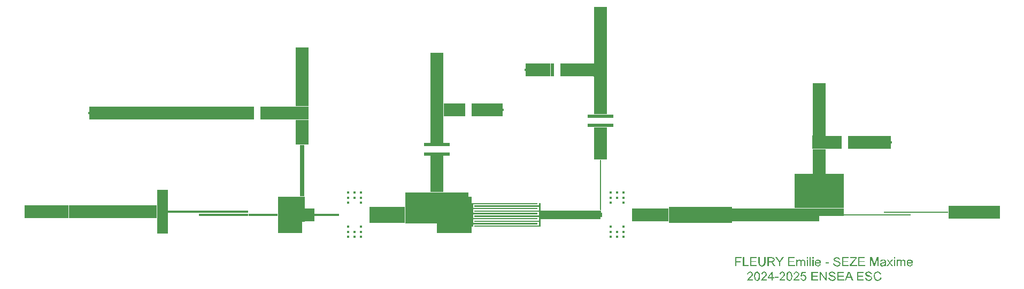
<source format=gbr>
G04 ===== Begin FILE IDENTIFICATION =====*
G04 File Format:  Gerber RS274X*
G04 ===== End FILE IDENTIFICATION =====*
%FSLAX36Y36*%
%MOMM*%
%SFA1.0000B1.0000*%
%OFA0.0B0.0*%
%ADD14R,0.200000X0.400000*%
%ADD15C,0.200000*%
%ADD16R,6.753610X2.090560*%
%ADD17R,2.574590X2.090560*%
%ADD18R,2.090000X4.000000*%
%ADD19R,2.090560X9.036300*%
%ADD20R,7.789900X5.449390*%
%ADD21R,3.959460X2.090560*%
%ADD22R,0.500000X2.090000*%
%ADD23R,4.801220X2.090560*%
%ADD24R,2.090560X6.000030*%
%ADD25R,0.200000X8.068910*%
%ADD26R,2.090000X5.167600*%
%ADD27R,4.180000X0.500000*%
%ADD28R,4.364410X2.090560*%
%ADD29R,2.090560X8.344280*%
%ADD30R,2.090560X7.990520*%
%ADD31R,2.958950X2.090560*%
%ADD32R,2.090560X4.230920*%
%ADD33R,2.090000X5.839330*%
%ADD34R,25.577700X2.090560*%
%ADD35R,2.090560X9.387130*%
%ADD36R,5.052860X2.090560*%
%ADD37R,0.796700X8.215280*%
%ADD38R,7.000000X2.090000*%
%ADD39R,1.723920X7.055690*%
%ADD40R,4.889060X0.325500*%
%ADD41R,7.871100X0.325500*%
%ADD42R,4.594020X0.325500*%
%ADD43R,3.507090X5.797430*%
%ADD44R,1.525890X2.131910*%
%ADD45R,4.000000X0.449335*%
%ADD46R,9.971910X0.729360*%
%ADD47R,5.700020X2.641720*%
%ADD48R,0.500094X5.743480*%
%ADD49R,8.140310X2.090000*%
%ADD50R,5.979810X0.262292*%
%ADD51R,4.195550X0.262292*%
%ADD52R,4.195550X0.262293*%
%ADD53R,6.422740X0.262292*%
%ADD54R,9.896270X2.090000*%
%ADD55R,9.999990X2.499970*%
%ADD56R,5.814460X2.090000*%
%ADD57R,9.379880X1.435700*%
%ADD58R,0.200220X0.741440*%
%ADD59C,0.400000*%
%ADD60R,0.400000X0.400000*%
%LNcond*%
%IPPOS*%
%LPD*%
G75*
D14*
X61529250Y11389670D03*
D15*
X61429250D03*
D16*
X58052445D03*
D17*
X52388345D03*
G36*
G01X49010490Y12434950D02*
G01X51101050D01*
G01Y10344390D01*
G01X49010770D01*
G01Y11389670D01*
G01X49010490D01*
G01Y12434950D01*
G37*
D18*
X50055770Y8344390D03*
D19*
X15429880Y28413100D03*
D20*
X50055770Y3619695D03*
D14*
X3523920Y22849670D03*
D15*
X3623920D03*
D21*
X5603650D03*
D22*
X7833380D03*
D23*
X11983990D03*
D22*
X9333380D03*
G36*
G01X16475160Y23894950D02*
G01X14384600D01*
G01Y21804390D01*
G01X16475160D01*
G01Y23894950D01*
G37*
D24*
X15429880Y18804375D03*
D25*
Y4602305D03*
D26*
Y11220560D03*
D14*
X-65542104Y16009275D03*
D15*
X-65442104D03*
D27*
X15429880Y14054360D03*
D14*
X32591Y16566630D03*
D15*
X-67409D03*
D27*
X15429880Y15554360D03*
D28*
X-2249614Y16566630D03*
D22*
X-4681819D03*
D29*
X50055770Y16607090D03*
D22*
X-6181819Y16566630D03*
D30*
X-10436049Y21607170D03*
D31*
X-7911294Y16566630D03*
G36*
G01X-11481329Y17611910D02*
G01X-9390769D01*
G01Y15521350D01*
G01X-11481329D01*
G01Y17611910D01*
G37*
D32*
X-10436049Y13405890D03*
D27*
Y11040430D03*
Y9540430D03*
D33*
Y6370765D03*
D22*
X-39614404Y16009275D03*
D34*
X-52653254D03*
D22*
X-38114404D03*
D35*
X-31766264Y21748120D03*
D36*
X-35337974Y16009275D03*
G36*
G01X-30720984Y17054555D02*
G01X-32811544D01*
G01Y14963995D01*
G01X-30721264D01*
G01Y16009275D01*
G01X-30720984D01*
G01Y17054555D01*
G37*
D18*
X-31766264Y12963995D03*
D37*
Y6856355D03*
D38*
X-58249804Y382020D03*
D39*
X-53887844D03*
D40*
X-50581354D03*
D41*
X-44201274D03*
Y-150000D03*
D42*
X-37968714D03*
D43*
X-33918159D03*
G36*
G01X-31367914Y-1215955D02*
G01Y2748715D01*
G01X-32164614D01*
G01Y-3048715D01*
G01X-31766264D01*
G01Y-1215955D01*
G01X-31367914D01*
G37*
D44*
X-30604969Y-150000D03*
D45*
X-27842024D03*
D46*
X-10436049Y3086420D03*
D47*
X-18272014Y-150000D03*
G36*
G01X-5450094Y-3021740D02*
G01Y2721740D01*
G01X-15422004D01*
G01Y-1470860D01*
G01X-10436049D01*
G01Y-3021740D01*
G01X-5450094D01*
G37*
D48*
X-5200047Y-150000D03*
D49*
X74618975Y313855D03*
D50*
X67558915D03*
D51*
X62471235D03*
D52*
Y-150000D03*
D53*
X57162090D03*
G36*
G01X53950720Y-281146D02*
G01Y895000D01*
G01X46160820D01*
G01Y-1195000D01*
G01X50055770D01*
G01Y-281146D01*
G01X53950720D01*
G37*
D54*
X41212685Y-150000D03*
D55*
X31264555D03*
D56*
X23357330D03*
G36*
G01X-4950000Y1750000D02*
G01X5500000D01*
G01Y1550000D01*
G01X-4700000D01*
G01Y950000D01*
G01X5500000D01*
G01Y750000D01*
G01X-4700000D01*
G01Y150000D01*
G01X5500000D01*
G01Y-50000D01*
G01X-4700000D01*
G01Y-650000D01*
G01X5500000D01*
G01Y-850000D01*
G01X-4700000D01*
G01Y-1450000D01*
G01X5500000D01*
G01Y-1650000D01*
G01X-4700000D01*
G01Y-2050000D01*
G01X-4950000D01*
G01Y1750000D01*
G37*
G36*
G01X5950000Y-2050000D02*
G01X-4500000D01*
G01Y-1850000D01*
G01X5700000D01*
G01Y-1250000D01*
G01X-4500000D01*
G01Y-1050000D01*
G01X5700000D01*
G01Y-450000D01*
G01X-4500000D01*
G01Y-250000D01*
G01X5700000D01*
G01Y350000D01*
G01X-4500000D01*
G01Y550000D01*
G01X5700000D01*
G01Y1150000D01*
G01X-4500000D01*
G01Y1350000D01*
G01X5700000D01*
G01Y1750000D01*
G01X5950000D01*
G01Y-2050000D01*
G37*
D57*
X10639940Y-150000D03*
G36*
G01X15529880Y-520720D02*
G01Y567850D01*
G01X15329880D01*
G01Y-867850D01*
G01X15429880D01*
G01Y-520720D01*
G01X15529880D01*
G37*
D58*
X15629990Y-150000D03*
D38*
X-65249804Y382020D03*
X-72249804D03*
D59*
X-24532024Y3390050D03*
D60*
D03*
D59*
X-22432024Y-2019950D03*
D60*
D03*
D59*
X-24532024D03*
D60*
D03*
D59*
Y1790050D03*
D60*
D03*
D59*
X-22432024D03*
D60*
D03*
D59*
X-23482024Y3390050D03*
D60*
D03*
D59*
X-22432024Y2590050D03*
D60*
D03*
D59*
X-23482024Y-3619950D03*
D60*
D03*
D59*
X-22432024Y3390050D03*
D60*
D03*
D59*
Y-3619950D03*
D60*
D03*
D59*
X-24532024D03*
D60*
D03*
D59*
X-23482024Y2590050D03*
D60*
D03*
D59*
X-24532024D03*
D60*
D03*
D59*
Y-2819950D03*
D60*
D03*
D59*
X-22432024D03*
D60*
D03*
D59*
X-23482024D03*
D60*
D03*
D59*
X17040100Y3390050D03*
D60*
D03*
D59*
X19140100Y-2019950D03*
D60*
D03*
D59*
X17040100D03*
D60*
D03*
D59*
Y1790050D03*
D60*
D03*
D59*
X19140100D03*
D60*
D03*
D59*
X18090100Y3390050D03*
D60*
D03*
D59*
X19140100Y2590050D03*
D60*
D03*
D59*
X18090100Y-3619950D03*
D60*
D03*
D59*
X19140100Y3390050D03*
D60*
D03*
D59*
Y-3619950D03*
D60*
D03*
D59*
X17040100D03*
D60*
D03*
D59*
X18090100Y2590050D03*
D60*
D03*
D59*
X17040100D03*
D60*
D03*
D59*
Y-2819950D03*
D60*
D03*
D59*
X19140100D03*
D60*
D03*
D59*
X18090100D03*
D60*
D03*
G36*
G01X39606250Y-10431250D02*
G01Y-10600000D01*
G01X38660000D01*
G01X38681250Y-10477500D01*
G01X38796875Y-10287500D01*
G01X39026250Y-10071250D01*
G01X39222031Y-9899063D01*
G01X39341875Y-9767500D01*
G01X39423750Y-9556250D01*
G01X39349375Y-9379375D01*
G01X39155000Y-9307500D01*
G01X38951250Y-9383750D01*
G01X38875000Y-9595000D01*
G01X38693750Y-9576250D01*
G01X38833750Y-9268750D01*
G01X39158750Y-9162500D01*
G01X39485000Y-9276875D01*
G01X39605000Y-9560000D01*
G01X39570000Y-9729375D01*
G01X39453125Y-9903750D01*
G01X39182500Y-10156250D01*
G01X39052188Y-10267500D01*
G01X38978750Y-10336250D01*
G01X38905000Y-10431250D01*
G01X39606250D01*
G37*
G36*
G01X39793750Y-9893750D02*
G01X39829375Y-10241250D01*
G01X39936250Y-10476250D01*
G01X40261250Y-10625000D01*
G01X40521250Y-10540000D01*
G01X40675625Y-10300625D01*
G01X40727500Y-9893750D01*
G01X40695625Y-9555625D01*
G01X40606875Y-9342500D01*
G01X40463125Y-9208750D01*
G01X40261250Y-9162500D01*
G01X40258750Y-9163307D01*
G01Y-9307500D01*
G01X40465000Y-9423750D01*
G01X40526875Y-9599375D01*
G01X40547500Y-9893750D01*
G01X40465000Y-10362500D01*
G01X40261250Y-10480000D01*
G01X40057500Y-10363125D01*
G01X39995625Y-10187344D01*
G01X39975000Y-9893750D01*
G01X40066250Y-9410000D01*
G01X40258750Y-9307500D01*
G01Y-9163307D01*
G01X40001875Y-9246250D01*
G01X39846250Y-9485000D01*
G01X39793750Y-9893750D01*
G37*
G36*
G01X41828750Y-10431250D02*
G01Y-10600000D01*
G01X40882500D01*
G01X40903750Y-10477500D01*
G01X41019375Y-10287500D01*
G01X41248750Y-10071250D01*
G01X41444531Y-9899063D01*
G01X41564375Y-9767500D01*
G01X41646250Y-9556250D01*
G01X41571875Y-9379375D01*
G01X41377500Y-9307500D01*
G01X41173750Y-9383750D01*
G01X41097500Y-9595000D01*
G01X40916250Y-9576250D01*
G01X41056250Y-9268750D01*
G01X41381250Y-9162500D01*
G01X41707500Y-9276875D01*
G01X41827500Y-9560000D01*
G01X41792500Y-9729375D01*
G01X41675625Y-9903750D01*
G01X41405000Y-10156250D01*
G01X41274688Y-10267500D01*
G01X41201250Y-10336250D01*
G01X41127500Y-10431250D01*
G01X41828750D01*
G37*
G36*
G01X41958750Y-10257500D02*
G01X42580000D01*
G01Y-10600000D01*
G01X42756250D01*
G01Y-10257500D01*
G01X42950000D01*
G01Y-10096250D01*
G01X42756250D01*
G01Y-9168750D01*
G01X42612500D01*
G01X42580000Y-9214859D01*
G01Y-9450000D01*
G01Y-10096250D01*
G01X42132500D01*
G01X42580000Y-9450000D01*
G01Y-9214859D01*
G01X41958750Y-10096250D01*
G01Y-10257500D01*
G37*
G36*
G01X43108750Y-10170000D02*
G01Y-9993750D01*
G01X43648750D01*
G01Y-10170000D01*
G01X43108750D01*
G37*
G36*
G01X44716250Y-10431250D02*
G01Y-10600000D01*
G01X43770000D01*
G01X43791250Y-10477500D01*
G01X43906875Y-10287500D01*
G01X44136250Y-10071250D01*
G01X44332031Y-9899063D01*
G01X44451875Y-9767500D01*
G01X44533750Y-9556250D01*
G01X44459375Y-9379375D01*
G01X44265000Y-9307500D01*
G01X44061250Y-9383750D01*
G01X43985000Y-9595000D01*
G01X43803750Y-9576250D01*
G01X43943750Y-9268750D01*
G01X44268750Y-9162500D01*
G01X44595000Y-9276875D01*
G01X44715000Y-9560000D01*
G01X44680000Y-9729375D01*
G01X44563125Y-9903750D01*
G01X44292500Y-10156250D01*
G01X44162188Y-10267500D01*
G01X44088750Y-10336250D01*
G01X44015000Y-10431250D01*
G01X44716250D01*
G37*
G36*
G01X44903750Y-9893750D02*
G01X44939375Y-10241250D01*
G01X45046250Y-10476250D01*
G01X45371250Y-10625000D01*
G01X45631250Y-10540000D01*
G01X45785625Y-10300625D01*
G01X45837500Y-9893750D01*
G01X45805625Y-9555625D01*
G01X45716875Y-9342500D01*
G01X45573125Y-9208750D01*
G01X45371250Y-9162500D01*
G01X45368750Y-9163307D01*
G01Y-9307500D01*
G01X45575000Y-9423750D01*
G01X45636875Y-9599375D01*
G01X45657500Y-9893750D01*
G01X45575000Y-10362500D01*
G01X45371250Y-10480000D01*
G01X45167500Y-10363125D01*
G01X45105625Y-10187344D01*
G01X45085000Y-9893750D01*
G01X45176250Y-9410000D01*
G01X45368750Y-9307500D01*
G01Y-9163307D01*
G01X45111875Y-9246250D01*
G01X44956250Y-9485000D01*
G01X44903750Y-9893750D01*
G37*
G36*
G01X46938750Y-10431250D02*
G01Y-10600000D01*
G01X45992500D01*
G01X46013750Y-10477500D01*
G01X46129375Y-10287500D01*
G01X46358750Y-10071250D01*
G01X46554531Y-9899063D01*
G01X46674375Y-9767500D01*
G01X46756250Y-9556250D01*
G01X46681875Y-9379375D01*
G01X46487500Y-9307500D01*
G01X46283750Y-9383750D01*
G01X46207500Y-9595000D01*
G01X46026250Y-9576250D01*
G01X46166250Y-9268750D01*
G01X46491250Y-9162500D01*
G01X46817500Y-9276875D01*
G01X46937500Y-9560000D01*
G01X46902500Y-9729375D01*
G01X46785625Y-9903750D01*
G01X46515000Y-10156250D01*
G01X46384688Y-10267500D01*
G01X46311250Y-10336250D01*
G01X46237500Y-10431250D01*
G01X46938750D01*
G37*
G36*
G01X47126250Y-10225000D02*
G01X47311250Y-10208750D01*
G01X47406250Y-10411875D01*
G01X47586250Y-10480000D01*
G01X47801875Y-10384375D01*
G01X47890000Y-10130000D01*
G01X47805000Y-9893125D01*
G01X47583750Y-9806250D01*
G01X47430625Y-9845000D01*
G01X47322500Y-9945000D01*
G01X47157500Y-9923750D01*
G01X47296250Y-9187500D01*
G01X48008750D01*
G01Y-9356250D01*
G01X47437500D01*
G01X47360000Y-9740000D01*
G01X47631250Y-9651250D01*
G01X47947500Y-9780625D01*
G01X48076250Y-10115000D01*
G01X47962500Y-10450000D01*
G01X47799688Y-10581250D01*
G01X47586250Y-10625000D01*
G01X47267500Y-10515625D01*
G01X47126250Y-10225000D01*
G37*
G36*
G01X48868750Y-10600000D02*
G01Y-9168750D01*
G01X49903750D01*
G01Y-9337500D01*
G01X49057500D01*
G01Y-9776250D01*
G01X49850000D01*
G01Y-9943750D01*
G01X49057500D01*
G01Y-10431250D01*
G01X49936250D01*
G01Y-10600000D01*
G01X48868750D01*
G37*
G36*
G01X50196250Y-10600000D02*
G01Y-9168750D01*
G01X50390000D01*
G01X51142500Y-10292500D01*
G01Y-9168750D01*
G01X51323750D01*
G01Y-10600000D01*
G01X51130000D01*
G01X50377500Y-9475000D01*
G01Y-10600000D01*
G01X50196250D01*
G37*
G36*
G01X51577500Y-10140000D02*
G01X51756250Y-10125000D01*
G01X51815000Y-10300625D01*
G01X51958750Y-10412500D01*
G01X52178750Y-10455000D01*
G01X52370625Y-10422500D01*
G01X52494375Y-10333750D01*
G01X52535000Y-10211250D01*
G01X52495625Y-10093750D01*
G01X52366250Y-10008750D01*
G01X52111250Y-9939375D01*
G01X51835000Y-9850000D01*
G01X51682500Y-9716875D01*
G01X51632500Y-9538750D01*
G01X51693750Y-9335625D01*
G01X51873125Y-9192500D01*
G01X52136250Y-9143750D01*
G01X52416875Y-9195000D01*
G01X52603750Y-9346250D01*
G01X52673750Y-9571250D01*
G01X52492500Y-9585000D01*
G01X52393125Y-9380625D01*
G01X52143750Y-9311250D01*
G01X51893750Y-9374375D01*
G01X51815000Y-9526250D01*
G01X51870000Y-9652500D01*
G01X52156250Y-9755000D01*
G01X52350938Y-9804063D01*
G01X52472500Y-9846250D01*
G01X52657500Y-9991875D01*
G01X52717500Y-10196250D01*
G01X52651875Y-10411250D01*
G01X52463750Y-10568750D01*
G01X52187500Y-10625000D01*
G01X51862500Y-10568125D01*
G01X51656250Y-10397500D01*
G01X51577500Y-10140000D01*
G37*
G36*
G01X52980000Y-10600000D02*
G01Y-9168750D01*
G01X54015000D01*
G01Y-9337500D01*
G01X53168750D01*
G01Y-9776250D01*
G01X53961250D01*
G01Y-9943750D01*
G01X53168750D01*
G01Y-10431250D01*
G01X54047500D01*
G01Y-10600000D01*
G01X52980000D01*
G37*
G36*
G01X54152500Y-10600000D02*
G01X54353750D01*
G01X54510000Y-10166250D01*
G01X55108750D01*
G01X55276250Y-10600000D01*
G01X55492500D01*
G01X54906250Y-9168750D01*
G01X54800000D01*
G01Y-9318750D01*
G01X54901250Y-9615000D01*
G01X55050000Y-10012500D01*
G01X54565000D01*
G01X54722500Y-9592500D01*
G01X54800000Y-9318750D01*
G01Y-9168750D01*
G01X54702500D01*
G01X54152500Y-10600000D01*
G37*
G36*
G01X56092500Y-10600000D02*
G01Y-9168750D01*
G01X57127500D01*
G01Y-9337500D01*
G01X56281250D01*
G01Y-9776250D01*
G01X57073750D01*
G01Y-9943750D01*
G01X56281250D01*
G01Y-10431250D01*
G01X57160000D01*
G01Y-10600000D01*
G01X56092500D01*
G37*
G36*
G01X57357500Y-10140000D02*
G01X57536250Y-10125000D01*
G01X57595000Y-10300625D01*
G01X57738750Y-10412500D01*
G01X57958750Y-10455000D01*
G01X58150625Y-10422500D01*
G01X58274375Y-10333750D01*
G01X58315000Y-10211250D01*
G01X58275625Y-10093750D01*
G01X58146250Y-10008750D01*
G01X57891250Y-9939375D01*
G01X57615000Y-9850000D01*
G01X57462500Y-9716875D01*
G01X57412500Y-9538750D01*
G01X57473750Y-9335625D01*
G01X57653125Y-9192500D01*
G01X57916250Y-9143750D01*
G01X58196875Y-9195000D01*
G01X58383750Y-9346250D01*
G01X58453750Y-9571250D01*
G01X58272500Y-9585000D01*
G01X58173125Y-9380625D01*
G01X57923750Y-9311250D01*
G01X57673750Y-9374375D01*
G01X57595000Y-9526250D01*
G01X57650000Y-9652500D01*
G01X57936250Y-9755000D01*
G01X58130938Y-9804063D01*
G01X58252500Y-9846250D01*
G01X58437500Y-9991875D01*
G01X58497500Y-10196250D01*
G01X58431875Y-10411250D01*
G01X58243750Y-10568750D01*
G01X57967500Y-10625000D01*
G01X57642500Y-10568125D01*
G01X57436250Y-10397500D01*
G01X57357500Y-10140000D01*
G37*
G36*
G01X59777500Y-10097500D02*
G01X59966250Y-10146250D01*
G01X59883438Y-10351406D01*
G01X59752500Y-10501875D01*
G01X59580313Y-10594219D01*
G01X59373750Y-10625000D01*
G01X58997500Y-10530625D01*
G01X58776875Y-10257500D01*
G01X58701250Y-9873750D01*
G01X58786250Y-9483125D01*
G01X58889531Y-9336406D01*
G01X59029375Y-9230000D01*
G01X59376250Y-9143750D01*
G01X59738125Y-9253125D01*
G01X59862656Y-9384844D01*
G01X59942500Y-9561250D01*
G01X59755000Y-9605000D01*
G01X59611250Y-9377500D01*
G01X59372500Y-9306250D01*
G01X59096875Y-9385000D01*
G01X58941250Y-9597500D01*
G01X58896250Y-9872500D01*
G01X58949375Y-10191250D01*
G01X59115000Y-10395000D01*
G01X59357500Y-10462500D01*
G01X59627500Y-10370625D01*
G01X59777500Y-10097500D01*
G37*
G36*
G01X36813750Y-8300000D02*
G01Y-6868750D01*
G01X37780000D01*
G01Y-7037500D01*
G01X37003750D01*
G01Y-7481250D01*
G01X37675000D01*
G01Y-7650000D01*
G01X37003750D01*
G01Y-8300000D01*
G01X36813750D01*
G37*
G36*
G01X38017500Y-8300000D02*
G01Y-6868750D01*
G01X38207500D01*
G01Y-8131250D01*
G01X38912500D01*
G01Y-8300000D01*
G01X38017500D01*
G37*
G36*
G01X39141250Y-8300000D02*
G01Y-6868750D01*
G01X40176250D01*
G01Y-7037500D01*
G01X39330000D01*
G01Y-7476250D01*
G01X40122500D01*
G01Y-7643750D01*
G01X39330000D01*
G01Y-8131250D01*
G01X40208750D01*
G01Y-8300000D01*
G01X39141250D01*
G37*
G36*
G01X41410000Y-6868750D02*
G01X41600000D01*
G01Y-7695000D01*
G01X41550625Y-8038125D01*
G01X41374375Y-8245000D01*
G01X41040000Y-8325000D01*
G01X40710625Y-8255625D01*
G01X40528125Y-8054375D01*
G01X40473750Y-7695000D01*
G01Y-6868750D01*
G01X40662500D01*
G01Y-7695000D01*
G01X40697500Y-7969375D01*
G01X40816875Y-8105625D01*
G01X41023750Y-8153750D01*
G01X41321250Y-8058750D01*
G01X41410000Y-7695000D01*
G01Y-6868750D01*
G37*
G36*
G01X42658750Y-7648750D02*
G01X42963125Y-7515625D01*
G01X43061250Y-7258750D01*
G01X43001875Y-7043125D01*
G01X42843125Y-6906875D01*
G01X42552500Y-6868750D01*
G01X42106250D01*
G01Y-7026250D01*
G01X42560000D01*
G01X42792500Y-7091875D01*
G01X42866250Y-7258750D01*
G01X42828125Y-7387500D01*
G01X42716875Y-7473125D01*
G01X42513750Y-7500000D01*
G01X42106250D01*
G01Y-7026250D01*
G01Y-6868750D01*
G01X41917500D01*
G01Y-8300000D01*
G01X42106250D01*
G01Y-7663750D01*
G01X42326250D01*
G01X42432500Y-7671250D01*
G01X42518750Y-7708750D01*
G01X42615000Y-7805000D01*
G01X42751250Y-8002500D01*
G01X42941250Y-8300000D01*
G01X43178750D01*
G01X42930000Y-7910000D01*
G01X42772500Y-7720000D01*
G01X42658750Y-7648750D01*
G37*
G36*
G01X43725000Y-8300000D02*
G01Y-7693750D01*
G01X43173750Y-6868750D01*
G01X43403750D01*
G01X43686250Y-7300000D01*
G01X43831250Y-7542500D01*
G01X43987500Y-7288750D01*
G01X44265000Y-6868750D01*
G01X44486250D01*
G01X43915000Y-7693750D01*
G01Y-8300000D01*
G01X43725000D01*
G37*
G36*
G01X45178750Y-8300000D02*
G01Y-6868750D01*
G01X46213750D01*
G01Y-7037500D01*
G01X45367500D01*
G01Y-7476250D01*
G01X46160000D01*
G01Y-7643750D01*
G01X45367500D01*
G01Y-8131250D01*
G01X46246250D01*
G01Y-8300000D01*
G01X45178750D01*
G37*
G36*
G01X46485000Y-8300000D02*
G01Y-7262500D01*
G01X46642500D01*
G01Y-7408750D01*
G01X46772500Y-7286250D01*
G01X46957500Y-7240000D01*
G01X47146250Y-7287500D01*
G01X47250000Y-7421250D01*
G01X47391875Y-7285312D01*
G01X47570000Y-7240000D01*
G01X47808125Y-7325000D01*
G01X47891250Y-7587500D01*
G01Y-8300000D01*
G01X47716250D01*
G01Y-7646250D01*
G01X47699375Y-7495000D01*
G01X47637500Y-7420000D01*
G01X47531250Y-7391250D01*
G01X47350000Y-7464375D01*
G01X47277500Y-7697500D01*
G01Y-8300000D01*
G01X47101250D01*
G01Y-7626250D01*
G01X47058750Y-7450000D01*
G01X46918750Y-7391250D01*
G01X46780625Y-7430625D01*
G01X46689375Y-7545000D01*
G01X46661250Y-7762500D01*
G01Y-8300000D01*
G01X46485000D01*
G37*
G36*
G01X48151250Y-7070000D02*
G01Y-6868750D01*
G01X48327500D01*
G01Y-7070000D01*
G01X48151250D01*
G37*
G36*
G01X48151250Y-8300000D02*
G01Y-7262500D01*
G01X48327500D01*
G01Y-8300000D01*
G01X48151250D01*
G37*
G36*
G01X48590000Y-8300000D02*
G01Y-6868750D01*
G01X48766250D01*
G01Y-8300000D01*
G01X48590000D01*
G37*
G36*
G01X49038750Y-7070000D02*
G01Y-6868750D01*
G01X49215000D01*
G01Y-7070000D01*
G01X49038750D01*
G37*
G36*
G01X49038750Y-8300000D02*
G01Y-7262500D01*
G01X49215000D01*
G01Y-8300000D01*
G01X49038750D01*
G37*
G36*
G01X49423750Y-7790000D02*
G01X49457031Y-8015312D01*
G01X49556875Y-8183750D01*
G01X49917500Y-8323750D01*
G01X50213750Y-8235625D01*
G01X50373750Y-7988750D01*
G01X50191250Y-7966250D01*
G01X50083125Y-8128125D01*
G01X49918750Y-8178750D01*
G01X49701875Y-8088125D01*
G01X49605000Y-7826250D01*
G01X50378750D01*
G01Y-7780000D01*
G01X50345938Y-7551563D01*
G01X50247500Y-7381250D01*
G01X49910000Y-7241039D01*
G01Y-7383750D01*
G01X50127500Y-7485000D01*
G01X50193750Y-7681250D01*
G01X49615000D01*
G01X49706250Y-7465000D01*
G01X49910000Y-7383750D01*
G01Y-7241039D01*
G01X49907500Y-7240000D01*
G01X49712656Y-7276094D01*
G01X49558125Y-7384375D01*
G01X49457344Y-7557969D01*
G01X49423750Y-7790000D01*
G37*
G36*
G01X51080000Y-7870000D02*
G01Y-7693750D01*
G01X51620000D01*
G01Y-7870000D01*
G01X51080000D01*
G37*
G36*
G01X52326250Y-7840000D02*
G01X52505000Y-7825000D01*
G01X52563750Y-8000625D01*
G01X52707500Y-8112500D01*
G01X52927500Y-8155000D01*
G01X53119375Y-8122500D01*
G01X53243125Y-8033750D01*
G01X53283750Y-7911250D01*
G01X53244375Y-7793750D01*
G01X53115000Y-7708750D01*
G01X52860000Y-7639375D01*
G01X52583750Y-7550000D01*
G01X52431250Y-7416875D01*
G01X52381250Y-7238750D01*
G01X52442500Y-7035625D01*
G01X52621875Y-6892500D01*
G01X52885000Y-6843750D01*
G01X53165625Y-6895000D01*
G01X53352500Y-7046250D01*
G01X53422500Y-7271250D01*
G01X53241250Y-7285000D01*
G01X53141875Y-7080625D01*
G01X52892500Y-7011250D01*
G01X52642500Y-7074375D01*
G01X52563750Y-7226250D01*
G01X52618750Y-7352500D01*
G01X52905000Y-7455000D01*
G01X53099688Y-7504062D01*
G01X53221250Y-7546250D01*
G01X53406250Y-7691875D01*
G01X53466250Y-7896250D01*
G01X53400625Y-8111250D01*
G01X53212500Y-8268750D01*
G01X52936250Y-8325000D01*
G01X52611250Y-8268125D01*
G01X52405000Y-8097500D01*
G01X52326250Y-7840000D01*
G37*
G36*
G01X53728750Y-8300000D02*
G01Y-6868750D01*
G01X54763750D01*
G01Y-7037500D01*
G01X53917500D01*
G01Y-7476250D01*
G01X54710000D01*
G01Y-7643750D01*
G01X53917500D01*
G01Y-8131250D01*
G01X54796250D01*
G01Y-8300000D01*
G01X53728750D01*
G37*
G36*
G01X54943750Y-8300000D02*
G01Y-8123750D01*
G01X55677500Y-7207500D01*
G01X55826250Y-7037500D01*
G01X55026250D01*
G01Y-6868750D01*
G01X56052500D01*
G01Y-7037500D01*
G01X55248750Y-8030000D01*
G01X55161250Y-8131250D01*
G01X56076250D01*
G01Y-8300000D01*
G01X54943750D01*
G37*
G36*
G01X56283750Y-8300000D02*
G01Y-6868750D01*
G01X57318750D01*
G01Y-7037500D01*
G01X56472500D01*
G01Y-7476250D01*
G01X57265000D01*
G01Y-7643750D01*
G01X56472500D01*
G01Y-8131250D01*
G01X57351250D01*
G01Y-8300000D01*
G01X56283750D01*
G37*
G36*
G01X58162500Y-8300000D02*
G01Y-6868750D01*
G01X58447500D01*
G01X58786250Y-7882500D01*
G01X58855000Y-8093750D01*
G01X58931250Y-7865000D01*
G01X59273750Y-6868750D01*
G01X59528750D01*
G01Y-8300000D01*
G01X59346250D01*
G01Y-7101250D01*
G01X58930000Y-8300000D01*
G01X58758750D01*
G01X58345000Y-7081250D01*
G01Y-8300000D01*
G01X58162500D01*
G37*
G36*
G01X59781250Y-7558750D02*
G01X59953750Y-7582500D01*
G01X60040625Y-7428125D01*
G01X60223750Y-7385000D01*
G01X60423750Y-7445000D01*
G01X60473750Y-7596250D01*
G01X60472500Y-7641250D01*
G01Y-7780000D01*
G01Y-7843750D01*
G01X60445000Y-8020000D01*
G01X60328125Y-8141250D01*
G01X60147500Y-8186250D01*
G01X59991875Y-8139375D01*
G01X59938750Y-8021250D01*
G01X59963125Y-7938125D01*
G01X60032500Y-7880625D01*
G01X60185000Y-7846250D01*
G01X60472500Y-7780000D01*
G01Y-7641250D01*
G01X60158750Y-7702500D01*
G01X60002500Y-7728750D01*
G01X59876250Y-7786875D01*
G01X59785625Y-7887500D01*
G01X59751250Y-8026250D01*
G01X59843125Y-8240000D01*
G01X60105000Y-8323750D01*
G01X60299375Y-8289375D01*
G01X60487500Y-8172500D01*
G01X60522500Y-8300000D01*
G01X60706250D01*
G01X60661250Y-8175000D01*
G01X60650000Y-7865000D01*
G01Y-7631250D01*
G01X60641250Y-7468750D01*
G01X60586875Y-7349375D01*
G01X60465000Y-7271250D01*
G01X60248750Y-7240000D01*
G01X60013750Y-7276250D01*
G01X59858750Y-7380625D01*
G01X59781250Y-7558750D01*
G37*
G36*
G01X60805000Y-8300000D02*
G01X61183750Y-7761250D01*
G01X60832500Y-7262500D01*
G01X61052500D01*
G01X61212500Y-7506250D01*
G01X61283750Y-7622500D01*
G01X61363750Y-7507500D01*
G01X61537500Y-7262500D01*
G01X61747500D01*
G01X61390000Y-7751250D01*
G01X61775000Y-8300000D01*
G01X61560000D01*
G01X61346250Y-7977500D01*
G01X61290000Y-7891250D01*
G01X61017500Y-8300000D01*
G01X60805000D01*
G37*
G36*
G01X61922500Y-7070000D02*
G01Y-6868750D01*
G01X62098750D01*
G01Y-7070000D01*
G01X61922500D01*
G37*
G36*
G01X61922500Y-8300000D02*
G01Y-7262500D01*
G01X62098750D01*
G01Y-8300000D01*
G01X61922500D01*
G37*
G36*
G01X62365000Y-8300000D02*
G01Y-7262500D01*
G01X62522500D01*
G01Y-7408750D01*
G01X62652500Y-7286250D01*
G01X62837500Y-7240000D01*
G01X63026250Y-7287500D01*
G01X63130000Y-7421250D01*
G01X63271875Y-7285312D01*
G01X63450000Y-7240000D01*
G01X63688125Y-7325000D01*
G01X63771250Y-7587500D01*
G01Y-8300000D01*
G01X63596250D01*
G01Y-7646250D01*
G01X63579375Y-7495000D01*
G01X63517500Y-7420000D01*
G01X63411250Y-7391250D01*
G01X63230000Y-7464375D01*
G01X63157500Y-7697500D01*
G01Y-8300000D01*
G01X62981250D01*
G01Y-7626250D01*
G01X62938750Y-7450000D01*
G01X62798750Y-7391250D01*
G01X62660625Y-7430625D01*
G01X62569375Y-7545000D01*
G01X62541250Y-7762500D01*
G01Y-8300000D01*
G01X62365000D01*
G37*
G36*
G01X63972500Y-7790000D02*
G01X64005781Y-8015312D01*
G01X64105625Y-8183750D01*
G01X64466250Y-8323750D01*
G01X64762500Y-8235625D01*
G01X64922500Y-7988750D01*
G01X64740000Y-7966250D01*
G01X64631875Y-8128125D01*
G01X64467500Y-8178750D01*
G01X64250625Y-8088125D01*
G01X64153750Y-7826250D01*
G01X64927500D01*
G01Y-7780000D01*
G01X64894688Y-7551563D01*
G01X64796250Y-7381250D01*
G01X64458750Y-7241039D01*
G01Y-7383750D01*
G01X64676250Y-7485000D01*
G01X64742500Y-7681250D01*
G01X64163750D01*
G01X64255000Y-7465000D01*
G01X64458750Y-7383750D01*
G01Y-7241039D01*
G01X64456250Y-7240000D01*
G01X64261406Y-7276094D01*
G01X64106875Y-7384375D01*
G01X64006094Y-7557969D01*
G01X63972500Y-7790000D01*
G37*
M02*


</source>
